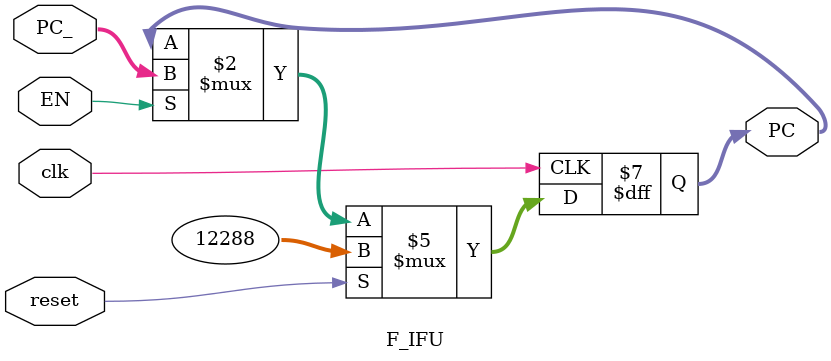
<source format=v>
`timescale 1ns / 1ps
module F_IFU(
    input [31:0] PC_,
    input clk,
    input EN,
    input reset,
    output reg [31:0] PC
    );

always@(posedge clk) begin
    if(reset) begin
        PC <= 32'h00003000;
    end
    else if(EN) begin
        PC <= PC_;
    end
end
endmodule

</source>
